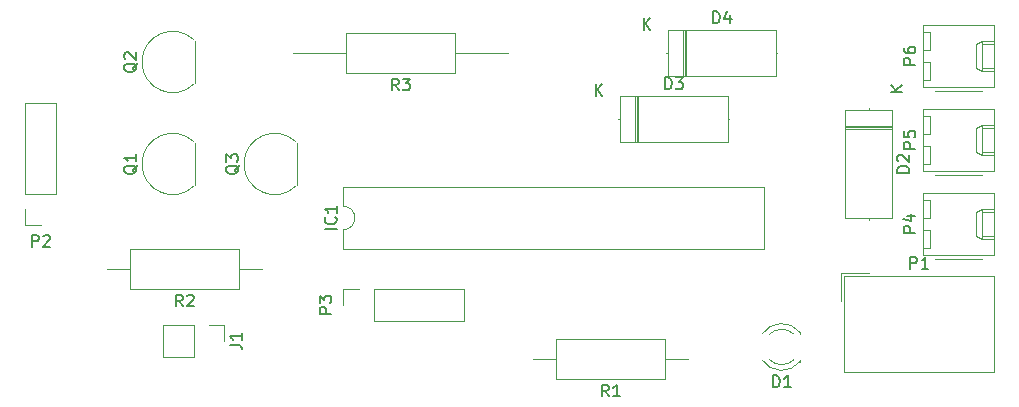
<source format=gbr>
%TF.GenerationSoftware,KiCad,Pcbnew,5.1.6-c6e7f7d~86~ubuntu16.04.1*%
%TF.CreationDate,2020-06-21T16:49:51-03:00*%
%TF.ProjectId,coolercontroller,636f6f6c-6572-4636-9f6e-74726f6c6c65,rev?*%
%TF.SameCoordinates,Original*%
%TF.FileFunction,Legend,Top*%
%TF.FilePolarity,Positive*%
%FSLAX46Y46*%
G04 Gerber Fmt 4.6, Leading zero omitted, Abs format (unit mm)*
G04 Created by KiCad (PCBNEW 5.1.6-c6e7f7d~86~ubuntu16.04.1) date 2020-06-21 16:49:51*
%MOMM*%
%LPD*%
G01*
G04 APERTURE LIST*
%ADD10C,0.120000*%
%ADD11C,0.150000*%
G04 APERTURE END LIST*
D10*
%TO.C,P6*%
X150894000Y-146160000D02*
X156914000Y-146160000D01*
X156914000Y-146160000D02*
X156914000Y-140860000D01*
X156914000Y-140860000D02*
X150894000Y-140860000D01*
X150894000Y-140860000D02*
X150894000Y-146160000D01*
X151924000Y-146450000D02*
X155924000Y-146450000D01*
X156914000Y-144780000D02*
X155914000Y-144780000D01*
X155914000Y-144780000D02*
X155914000Y-142240000D01*
X155914000Y-142240000D02*
X156914000Y-142240000D01*
X155914000Y-144780000D02*
X155384000Y-144530000D01*
X155384000Y-144530000D02*
X155384000Y-142490000D01*
X155384000Y-142490000D02*
X155914000Y-142240000D01*
X156914000Y-144530000D02*
X155914000Y-144530000D01*
X156914000Y-142490000D02*
X155914000Y-142490000D01*
X150894000Y-145580000D02*
X151494000Y-145580000D01*
X151494000Y-145580000D02*
X151494000Y-143980000D01*
X151494000Y-143980000D02*
X150894000Y-143980000D01*
X150894000Y-143040000D02*
X151494000Y-143040000D01*
X151494000Y-143040000D02*
X151494000Y-141440000D01*
X151494000Y-141440000D02*
X150894000Y-141440000D01*
%TO.C,P5*%
X150894000Y-153272000D02*
X156914000Y-153272000D01*
X156914000Y-153272000D02*
X156914000Y-147972000D01*
X156914000Y-147972000D02*
X150894000Y-147972000D01*
X150894000Y-147972000D02*
X150894000Y-153272000D01*
X151924000Y-153562000D02*
X155924000Y-153562000D01*
X156914000Y-151892000D02*
X155914000Y-151892000D01*
X155914000Y-151892000D02*
X155914000Y-149352000D01*
X155914000Y-149352000D02*
X156914000Y-149352000D01*
X155914000Y-151892000D02*
X155384000Y-151642000D01*
X155384000Y-151642000D02*
X155384000Y-149602000D01*
X155384000Y-149602000D02*
X155914000Y-149352000D01*
X156914000Y-151642000D02*
X155914000Y-151642000D01*
X156914000Y-149602000D02*
X155914000Y-149602000D01*
X150894000Y-152692000D02*
X151494000Y-152692000D01*
X151494000Y-152692000D02*
X151494000Y-151092000D01*
X151494000Y-151092000D02*
X150894000Y-151092000D01*
X150894000Y-150152000D02*
X151494000Y-150152000D01*
X151494000Y-150152000D02*
X151494000Y-148552000D01*
X151494000Y-148552000D02*
X150894000Y-148552000D01*
%TO.C,P4*%
X150894000Y-160384000D02*
X156914000Y-160384000D01*
X156914000Y-160384000D02*
X156914000Y-155084000D01*
X156914000Y-155084000D02*
X150894000Y-155084000D01*
X150894000Y-155084000D02*
X150894000Y-160384000D01*
X151924000Y-160674000D02*
X155924000Y-160674000D01*
X156914000Y-159004000D02*
X155914000Y-159004000D01*
X155914000Y-159004000D02*
X155914000Y-156464000D01*
X155914000Y-156464000D02*
X156914000Y-156464000D01*
X155914000Y-159004000D02*
X155384000Y-158754000D01*
X155384000Y-158754000D02*
X155384000Y-156714000D01*
X155384000Y-156714000D02*
X155914000Y-156464000D01*
X156914000Y-158754000D02*
X155914000Y-158754000D01*
X156914000Y-156714000D02*
X155914000Y-156714000D01*
X150894000Y-159804000D02*
X151494000Y-159804000D01*
X151494000Y-159804000D02*
X151494000Y-158204000D01*
X151494000Y-158204000D02*
X150894000Y-158204000D01*
X150894000Y-157264000D02*
X151494000Y-157264000D01*
X151494000Y-157264000D02*
X151494000Y-155664000D01*
X151494000Y-155664000D02*
X150894000Y-155664000D01*
%TO.C,P3*%
X101794000Y-164592000D02*
X101794000Y-163262000D01*
X101794000Y-163262000D02*
X103124000Y-163262000D01*
X104394000Y-163262000D02*
X112074000Y-163262000D01*
X112074000Y-165922000D02*
X112074000Y-163262000D01*
X104394000Y-165922000D02*
X112074000Y-165922000D01*
X104394000Y-165922000D02*
X104394000Y-163262000D01*
%TO.C,P2*%
X76200000Y-157794000D02*
X74870000Y-157794000D01*
X74870000Y-157794000D02*
X74870000Y-156464000D01*
X74870000Y-155194000D02*
X74870000Y-147514000D01*
X77530000Y-147514000D02*
X74870000Y-147514000D01*
X77530000Y-155194000D02*
X77530000Y-147514000D01*
X77530000Y-155194000D02*
X74870000Y-155194000D01*
%TO.C,J1*%
X91754000Y-166310000D02*
X91754000Y-167640000D01*
X90424000Y-166310000D02*
X91754000Y-166310000D01*
X89154000Y-166310000D02*
X89154000Y-168970000D01*
X89154000Y-168970000D02*
X86554000Y-168970000D01*
X89154000Y-166310000D02*
X86554000Y-166310000D01*
X86554000Y-166310000D02*
X86554000Y-168970000D01*
%TO.C,R2*%
X81812000Y-161544000D02*
X83772000Y-161544000D01*
X94972000Y-161544000D02*
X93012000Y-161544000D01*
X83772000Y-163264000D02*
X93012000Y-163264000D01*
X83772000Y-159824000D02*
X83772000Y-163264000D01*
X93012000Y-159824000D02*
X83772000Y-159824000D01*
X93012000Y-163264000D02*
X93012000Y-159824000D01*
%TO.C,R1*%
X117880000Y-169164000D02*
X119840000Y-169164000D01*
X131040000Y-169164000D02*
X129080000Y-169164000D01*
X119840000Y-170884000D02*
X129080000Y-170884000D01*
X119840000Y-167444000D02*
X119840000Y-170884000D01*
X129080000Y-167444000D02*
X119840000Y-167444000D01*
X129080000Y-170884000D02*
X129080000Y-167444000D01*
%TO.C,Q3*%
X97862000Y-154454000D02*
X97862000Y-150854000D01*
X97850478Y-150815522D02*
G75*
G03*
X93412000Y-152654000I-1838478J-1838478D01*
G01*
X97850478Y-154492478D02*
G75*
G02*
X93412000Y-152654000I-1838478J1838478D01*
G01*
%TO.C,Q2*%
X89226000Y-145818000D02*
X89226000Y-142218000D01*
X89214478Y-142179522D02*
G75*
G03*
X84776000Y-144018000I-1838478J-1838478D01*
G01*
X89214478Y-145856478D02*
G75*
G02*
X84776000Y-144018000I-1838478J1838478D01*
G01*
%TO.C,Q1*%
X89226000Y-154454000D02*
X89226000Y-150854000D01*
X89214478Y-150815522D02*
G75*
G03*
X84776000Y-152654000I-1838478J-1838478D01*
G01*
X89214478Y-154492478D02*
G75*
G02*
X84776000Y-152654000I-1838478J1838478D01*
G01*
%TO.C,IC1*%
X101794000Y-154576000D02*
X101794000Y-156226000D01*
X137474000Y-154576000D02*
X101794000Y-154576000D01*
X137474000Y-159876000D02*
X137474000Y-154576000D01*
X101794000Y-159876000D02*
X137474000Y-159876000D01*
X101794000Y-158226000D02*
X101794000Y-159876000D01*
X101794000Y-156226000D02*
G75*
G02*
X101794000Y-158226000I0J-1000000D01*
G01*
%TO.C,D4*%
X130623000Y-141286000D02*
X130623000Y-145226000D01*
X130863000Y-141286000D02*
X130863000Y-145226000D01*
X130743000Y-141286000D02*
X130743000Y-145226000D01*
X138568000Y-143256000D02*
X138428000Y-143256000D01*
X129148000Y-143256000D02*
X129288000Y-143256000D01*
X138428000Y-141286000D02*
X129288000Y-141286000D01*
X138428000Y-145226000D02*
X138428000Y-141286000D01*
X129288000Y-145226000D02*
X138428000Y-145226000D01*
X129288000Y-141286000D02*
X129288000Y-145226000D01*
%TO.C,D3*%
X126559000Y-146874000D02*
X126559000Y-150814000D01*
X126799000Y-146874000D02*
X126799000Y-150814000D01*
X126679000Y-146874000D02*
X126679000Y-150814000D01*
X134504000Y-148844000D02*
X134364000Y-148844000D01*
X125084000Y-148844000D02*
X125224000Y-148844000D01*
X134364000Y-146874000D02*
X125224000Y-146874000D01*
X134364000Y-150814000D02*
X134364000Y-146874000D01*
X125224000Y-150814000D02*
X134364000Y-150814000D01*
X125224000Y-146874000D02*
X125224000Y-150814000D01*
%TO.C,D2*%
X148274000Y-149419000D02*
X144334000Y-149419000D01*
X148274000Y-149659000D02*
X144334000Y-149659000D01*
X148274000Y-149539000D02*
X144334000Y-149539000D01*
X146304000Y-157364000D02*
X146304000Y-157224000D01*
X146304000Y-147944000D02*
X146304000Y-148084000D01*
X148274000Y-157224000D02*
X148274000Y-148084000D01*
X144334000Y-157224000D02*
X148274000Y-157224000D01*
X144334000Y-148084000D02*
X144334000Y-157224000D01*
X148274000Y-148084000D02*
X144334000Y-148084000D01*
%TO.C,D1*%
X140498000Y-167068000D02*
X140498000Y-166912000D01*
X140498000Y-169384000D02*
X140498000Y-169228000D01*
X137896870Y-167068163D02*
G75*
G02*
X139978961Y-167068000I1041130J-1079837D01*
G01*
X137896870Y-169227837D02*
G75*
G03*
X139978961Y-169228000I1041130J1079837D01*
G01*
X137265665Y-167069392D02*
G75*
G02*
X140498000Y-166912484I1672335J-1078608D01*
G01*
X137265665Y-169226608D02*
G75*
G03*
X140498000Y-169383516I1672335J1078608D01*
G01*
%TO.C,P1*%
X143952000Y-161866000D02*
X146362000Y-161866000D01*
X143952000Y-164276000D02*
X143952000Y-161866000D01*
X156872000Y-162166000D02*
X144252000Y-162166000D01*
X156872000Y-170286000D02*
X156872000Y-162166000D01*
X144252000Y-170286000D02*
X156872000Y-170286000D01*
X144252000Y-162166000D02*
X144252000Y-170286000D01*
%TO.C,R3*%
X97560000Y-143256000D02*
X102060000Y-143256000D01*
X115800000Y-143256000D02*
X111300000Y-143256000D01*
X102060000Y-144976000D02*
X111300000Y-144976000D01*
X102060000Y-141536000D02*
X102060000Y-144976000D01*
X111300000Y-141536000D02*
X102060000Y-141536000D01*
X111300000Y-144976000D02*
X111300000Y-141536000D01*
%TO.C,P6*%
D11*
X150256380Y-144248095D02*
X149256380Y-144248095D01*
X149256380Y-143867142D01*
X149304000Y-143771904D01*
X149351619Y-143724285D01*
X149446857Y-143676666D01*
X149589714Y-143676666D01*
X149684952Y-143724285D01*
X149732571Y-143771904D01*
X149780190Y-143867142D01*
X149780190Y-144248095D01*
X149256380Y-142819523D02*
X149256380Y-143010000D01*
X149304000Y-143105238D01*
X149351619Y-143152857D01*
X149494476Y-143248095D01*
X149684952Y-143295714D01*
X150065904Y-143295714D01*
X150161142Y-143248095D01*
X150208761Y-143200476D01*
X150256380Y-143105238D01*
X150256380Y-142914761D01*
X150208761Y-142819523D01*
X150161142Y-142771904D01*
X150065904Y-142724285D01*
X149827809Y-142724285D01*
X149732571Y-142771904D01*
X149684952Y-142819523D01*
X149637333Y-142914761D01*
X149637333Y-143105238D01*
X149684952Y-143200476D01*
X149732571Y-143248095D01*
X149827809Y-143295714D01*
%TO.C,P5*%
X150256380Y-151360095D02*
X149256380Y-151360095D01*
X149256380Y-150979142D01*
X149304000Y-150883904D01*
X149351619Y-150836285D01*
X149446857Y-150788666D01*
X149589714Y-150788666D01*
X149684952Y-150836285D01*
X149732571Y-150883904D01*
X149780190Y-150979142D01*
X149780190Y-151360095D01*
X149256380Y-149883904D02*
X149256380Y-150360095D01*
X149732571Y-150407714D01*
X149684952Y-150360095D01*
X149637333Y-150264857D01*
X149637333Y-150026761D01*
X149684952Y-149931523D01*
X149732571Y-149883904D01*
X149827809Y-149836285D01*
X150065904Y-149836285D01*
X150161142Y-149883904D01*
X150208761Y-149931523D01*
X150256380Y-150026761D01*
X150256380Y-150264857D01*
X150208761Y-150360095D01*
X150161142Y-150407714D01*
%TO.C,P4*%
X150256380Y-158472095D02*
X149256380Y-158472095D01*
X149256380Y-158091142D01*
X149304000Y-157995904D01*
X149351619Y-157948285D01*
X149446857Y-157900666D01*
X149589714Y-157900666D01*
X149684952Y-157948285D01*
X149732571Y-157995904D01*
X149780190Y-158091142D01*
X149780190Y-158472095D01*
X149589714Y-157043523D02*
X150256380Y-157043523D01*
X149208761Y-157281619D02*
X149923047Y-157519714D01*
X149923047Y-156900666D01*
%TO.C,P3*%
X100806380Y-165330095D02*
X99806380Y-165330095D01*
X99806380Y-164949142D01*
X99854000Y-164853904D01*
X99901619Y-164806285D01*
X99996857Y-164758666D01*
X100139714Y-164758666D01*
X100234952Y-164806285D01*
X100282571Y-164853904D01*
X100330190Y-164949142D01*
X100330190Y-165330095D01*
X99806380Y-164425333D02*
X99806380Y-163806285D01*
X100187333Y-164139619D01*
X100187333Y-163996761D01*
X100234952Y-163901523D01*
X100282571Y-163853904D01*
X100377809Y-163806285D01*
X100615904Y-163806285D01*
X100711142Y-163853904D01*
X100758761Y-163901523D01*
X100806380Y-163996761D01*
X100806380Y-164282476D01*
X100758761Y-164377714D01*
X100711142Y-164425333D01*
%TO.C,P2*%
X75461904Y-159686380D02*
X75461904Y-158686380D01*
X75842857Y-158686380D01*
X75938095Y-158734000D01*
X75985714Y-158781619D01*
X76033333Y-158876857D01*
X76033333Y-159019714D01*
X75985714Y-159114952D01*
X75938095Y-159162571D01*
X75842857Y-159210190D01*
X75461904Y-159210190D01*
X76414285Y-158781619D02*
X76461904Y-158734000D01*
X76557142Y-158686380D01*
X76795238Y-158686380D01*
X76890476Y-158734000D01*
X76938095Y-158781619D01*
X76985714Y-158876857D01*
X76985714Y-158972095D01*
X76938095Y-159114952D01*
X76366666Y-159686380D01*
X76985714Y-159686380D01*
%TO.C,J1*%
X92206380Y-167973333D02*
X92920666Y-167973333D01*
X93063523Y-168020952D01*
X93158761Y-168116190D01*
X93206380Y-168259047D01*
X93206380Y-168354285D01*
X93206380Y-166973333D02*
X93206380Y-167544761D01*
X93206380Y-167259047D02*
X92206380Y-167259047D01*
X92349238Y-167354285D01*
X92444476Y-167449523D01*
X92492095Y-167544761D01*
%TO.C,R2*%
X88225333Y-164716380D02*
X87892000Y-164240190D01*
X87653904Y-164716380D02*
X87653904Y-163716380D01*
X88034857Y-163716380D01*
X88130095Y-163764000D01*
X88177714Y-163811619D01*
X88225333Y-163906857D01*
X88225333Y-164049714D01*
X88177714Y-164144952D01*
X88130095Y-164192571D01*
X88034857Y-164240190D01*
X87653904Y-164240190D01*
X88606285Y-163811619D02*
X88653904Y-163764000D01*
X88749142Y-163716380D01*
X88987238Y-163716380D01*
X89082476Y-163764000D01*
X89130095Y-163811619D01*
X89177714Y-163906857D01*
X89177714Y-164002095D01*
X89130095Y-164144952D01*
X88558666Y-164716380D01*
X89177714Y-164716380D01*
%TO.C,R1*%
X124293333Y-172336380D02*
X123960000Y-171860190D01*
X123721904Y-172336380D02*
X123721904Y-171336380D01*
X124102857Y-171336380D01*
X124198095Y-171384000D01*
X124245714Y-171431619D01*
X124293333Y-171526857D01*
X124293333Y-171669714D01*
X124245714Y-171764952D01*
X124198095Y-171812571D01*
X124102857Y-171860190D01*
X123721904Y-171860190D01*
X125245714Y-172336380D02*
X124674285Y-172336380D01*
X124960000Y-172336380D02*
X124960000Y-171336380D01*
X124864761Y-171479238D01*
X124769523Y-171574476D01*
X124674285Y-171622095D01*
%TO.C,Q3*%
X92999619Y-152749238D02*
X92952000Y-152844476D01*
X92856761Y-152939714D01*
X92713904Y-153082571D01*
X92666285Y-153177809D01*
X92666285Y-153273047D01*
X92904380Y-153225428D02*
X92856761Y-153320666D01*
X92761523Y-153415904D01*
X92571047Y-153463523D01*
X92237714Y-153463523D01*
X92047238Y-153415904D01*
X91952000Y-153320666D01*
X91904380Y-153225428D01*
X91904380Y-153034952D01*
X91952000Y-152939714D01*
X92047238Y-152844476D01*
X92237714Y-152796857D01*
X92571047Y-152796857D01*
X92761523Y-152844476D01*
X92856761Y-152939714D01*
X92904380Y-153034952D01*
X92904380Y-153225428D01*
X91904380Y-152463523D02*
X91904380Y-151844476D01*
X92285333Y-152177809D01*
X92285333Y-152034952D01*
X92332952Y-151939714D01*
X92380571Y-151892095D01*
X92475809Y-151844476D01*
X92713904Y-151844476D01*
X92809142Y-151892095D01*
X92856761Y-151939714D01*
X92904380Y-152034952D01*
X92904380Y-152320666D01*
X92856761Y-152415904D01*
X92809142Y-152463523D01*
%TO.C,Q2*%
X84363619Y-144113238D02*
X84316000Y-144208476D01*
X84220761Y-144303714D01*
X84077904Y-144446571D01*
X84030285Y-144541809D01*
X84030285Y-144637047D01*
X84268380Y-144589428D02*
X84220761Y-144684666D01*
X84125523Y-144779904D01*
X83935047Y-144827523D01*
X83601714Y-144827523D01*
X83411238Y-144779904D01*
X83316000Y-144684666D01*
X83268380Y-144589428D01*
X83268380Y-144398952D01*
X83316000Y-144303714D01*
X83411238Y-144208476D01*
X83601714Y-144160857D01*
X83935047Y-144160857D01*
X84125523Y-144208476D01*
X84220761Y-144303714D01*
X84268380Y-144398952D01*
X84268380Y-144589428D01*
X83363619Y-143779904D02*
X83316000Y-143732285D01*
X83268380Y-143637047D01*
X83268380Y-143398952D01*
X83316000Y-143303714D01*
X83363619Y-143256095D01*
X83458857Y-143208476D01*
X83554095Y-143208476D01*
X83696952Y-143256095D01*
X84268380Y-143827523D01*
X84268380Y-143208476D01*
%TO.C,Q1*%
X84363619Y-152749238D02*
X84316000Y-152844476D01*
X84220761Y-152939714D01*
X84077904Y-153082571D01*
X84030285Y-153177809D01*
X84030285Y-153273047D01*
X84268380Y-153225428D02*
X84220761Y-153320666D01*
X84125523Y-153415904D01*
X83935047Y-153463523D01*
X83601714Y-153463523D01*
X83411238Y-153415904D01*
X83316000Y-153320666D01*
X83268380Y-153225428D01*
X83268380Y-153034952D01*
X83316000Y-152939714D01*
X83411238Y-152844476D01*
X83601714Y-152796857D01*
X83935047Y-152796857D01*
X84125523Y-152844476D01*
X84220761Y-152939714D01*
X84268380Y-153034952D01*
X84268380Y-153225428D01*
X84268380Y-151844476D02*
X84268380Y-152415904D01*
X84268380Y-152130190D02*
X83268380Y-152130190D01*
X83411238Y-152225428D01*
X83506476Y-152320666D01*
X83554095Y-152415904D01*
%TO.C,IC1*%
X101246380Y-158202190D02*
X100246380Y-158202190D01*
X101151142Y-157154571D02*
X101198761Y-157202190D01*
X101246380Y-157345047D01*
X101246380Y-157440285D01*
X101198761Y-157583142D01*
X101103523Y-157678380D01*
X101008285Y-157726000D01*
X100817809Y-157773619D01*
X100674952Y-157773619D01*
X100484476Y-157726000D01*
X100389238Y-157678380D01*
X100294000Y-157583142D01*
X100246380Y-157440285D01*
X100246380Y-157345047D01*
X100294000Y-157202190D01*
X100341619Y-157154571D01*
X101246380Y-156202190D02*
X101246380Y-156773619D01*
X101246380Y-156487904D02*
X100246380Y-156487904D01*
X100389238Y-156583142D01*
X100484476Y-156678380D01*
X100532095Y-156773619D01*
%TO.C,D4*%
X133119904Y-140738380D02*
X133119904Y-139738380D01*
X133358000Y-139738380D01*
X133500857Y-139786000D01*
X133596095Y-139881238D01*
X133643714Y-139976476D01*
X133691333Y-140166952D01*
X133691333Y-140309809D01*
X133643714Y-140500285D01*
X133596095Y-140595523D01*
X133500857Y-140690761D01*
X133358000Y-140738380D01*
X133119904Y-140738380D01*
X134548476Y-140071714D02*
X134548476Y-140738380D01*
X134310380Y-139690761D02*
X134072285Y-140405047D01*
X134691333Y-140405047D01*
X127246095Y-141308380D02*
X127246095Y-140308380D01*
X127817523Y-141308380D02*
X127388952Y-140736952D01*
X127817523Y-140308380D02*
X127246095Y-140879809D01*
%TO.C,D3*%
X129055904Y-146326380D02*
X129055904Y-145326380D01*
X129294000Y-145326380D01*
X129436857Y-145374000D01*
X129532095Y-145469238D01*
X129579714Y-145564476D01*
X129627333Y-145754952D01*
X129627333Y-145897809D01*
X129579714Y-146088285D01*
X129532095Y-146183523D01*
X129436857Y-146278761D01*
X129294000Y-146326380D01*
X129055904Y-146326380D01*
X129960666Y-145326380D02*
X130579714Y-145326380D01*
X130246380Y-145707333D01*
X130389238Y-145707333D01*
X130484476Y-145754952D01*
X130532095Y-145802571D01*
X130579714Y-145897809D01*
X130579714Y-146135904D01*
X130532095Y-146231142D01*
X130484476Y-146278761D01*
X130389238Y-146326380D01*
X130103523Y-146326380D01*
X130008285Y-146278761D01*
X129960666Y-146231142D01*
X123182095Y-146896380D02*
X123182095Y-145896380D01*
X123753523Y-146896380D02*
X123324952Y-146324952D01*
X123753523Y-145896380D02*
X123182095Y-146467809D01*
%TO.C,D2*%
X149726380Y-153392095D02*
X148726380Y-153392095D01*
X148726380Y-153154000D01*
X148774000Y-153011142D01*
X148869238Y-152915904D01*
X148964476Y-152868285D01*
X149154952Y-152820666D01*
X149297809Y-152820666D01*
X149488285Y-152868285D01*
X149583523Y-152915904D01*
X149678761Y-153011142D01*
X149726380Y-153154000D01*
X149726380Y-153392095D01*
X148821619Y-152439714D02*
X148774000Y-152392095D01*
X148726380Y-152296857D01*
X148726380Y-152058761D01*
X148774000Y-151963523D01*
X148821619Y-151915904D01*
X148916857Y-151868285D01*
X149012095Y-151868285D01*
X149154952Y-151915904D01*
X149726380Y-152487333D01*
X149726380Y-151868285D01*
X149156380Y-146565904D02*
X148156380Y-146565904D01*
X149156380Y-145994476D02*
X148584952Y-146423047D01*
X148156380Y-145994476D02*
X148727809Y-146565904D01*
%TO.C,D1*%
X138199904Y-171560380D02*
X138199904Y-170560380D01*
X138438000Y-170560380D01*
X138580857Y-170608000D01*
X138676095Y-170703238D01*
X138723714Y-170798476D01*
X138771333Y-170988952D01*
X138771333Y-171131809D01*
X138723714Y-171322285D01*
X138676095Y-171417523D01*
X138580857Y-171512761D01*
X138438000Y-171560380D01*
X138199904Y-171560380D01*
X139723714Y-171560380D02*
X139152285Y-171560380D01*
X139438000Y-171560380D02*
X139438000Y-170560380D01*
X139342761Y-170703238D01*
X139247523Y-170798476D01*
X139152285Y-170846095D01*
%TO.C,P1*%
X149823904Y-161528380D02*
X149823904Y-160528380D01*
X150204857Y-160528380D01*
X150300095Y-160576000D01*
X150347714Y-160623619D01*
X150395333Y-160718857D01*
X150395333Y-160861714D01*
X150347714Y-160956952D01*
X150300095Y-161004571D01*
X150204857Y-161052190D01*
X149823904Y-161052190D01*
X151347714Y-161528380D02*
X150776285Y-161528380D01*
X151062000Y-161528380D02*
X151062000Y-160528380D01*
X150966761Y-160671238D01*
X150871523Y-160766476D01*
X150776285Y-160814095D01*
%TO.C,R3*%
X106513333Y-146428380D02*
X106180000Y-145952190D01*
X105941904Y-146428380D02*
X105941904Y-145428380D01*
X106322857Y-145428380D01*
X106418095Y-145476000D01*
X106465714Y-145523619D01*
X106513333Y-145618857D01*
X106513333Y-145761714D01*
X106465714Y-145856952D01*
X106418095Y-145904571D01*
X106322857Y-145952190D01*
X105941904Y-145952190D01*
X106846666Y-145428380D02*
X107465714Y-145428380D01*
X107132380Y-145809333D01*
X107275238Y-145809333D01*
X107370476Y-145856952D01*
X107418095Y-145904571D01*
X107465714Y-145999809D01*
X107465714Y-146237904D01*
X107418095Y-146333142D01*
X107370476Y-146380761D01*
X107275238Y-146428380D01*
X106989523Y-146428380D01*
X106894285Y-146380761D01*
X106846666Y-146333142D01*
%TD*%
M02*

</source>
